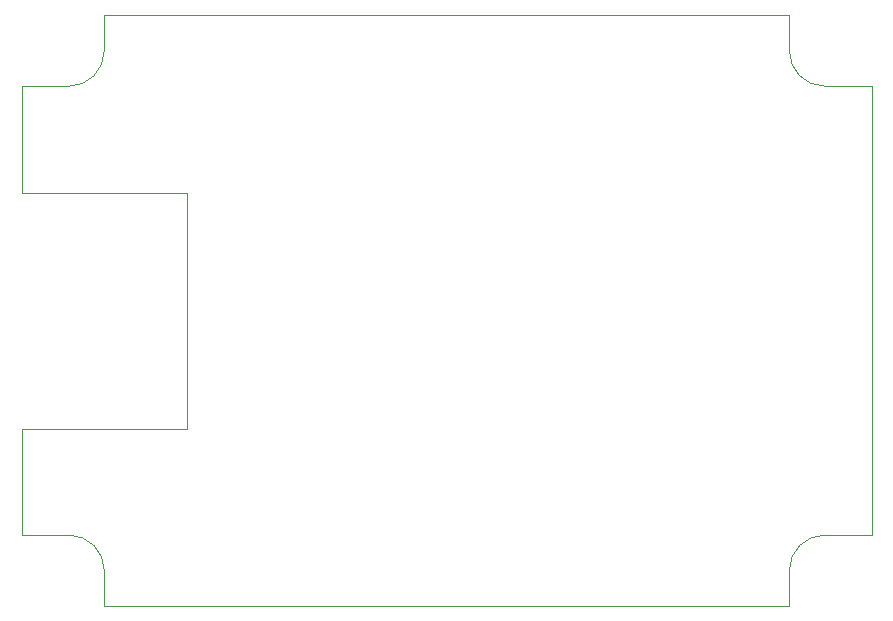
<source format=gm1>
G04 #@! TF.GenerationSoftware,KiCad,Pcbnew,(5.1.6)-1*
G04 #@! TF.CreationDate,2022-06-26T17:52:01+10:00*
G04 #@! TF.ProjectId,sensors,73656e73-6f72-4732-9e6b-696361645f70,rev?*
G04 #@! TF.SameCoordinates,Original*
G04 #@! TF.FileFunction,Profile,NP*
%FSLAX46Y46*%
G04 Gerber Fmt 4.6, Leading zero omitted, Abs format (unit mm)*
G04 Created by KiCad (PCBNEW (5.1.6)-1) date 2022-06-26 17:52:01*
%MOMM*%
%LPD*%
G01*
G04 APERTURE LIST*
G04 #@! TA.AperFunction,Profile*
%ADD10C,0.050000*%
G04 #@! TD*
G04 APERTURE END LIST*
D10*
X95900000Y-100050000D02*
X95900000Y-109050000D01*
X95900000Y-71050000D02*
X95900000Y-80050000D01*
X109900000Y-80050000D02*
X109900000Y-100050000D01*
X95900000Y-80050000D02*
X109900000Y-80050000D01*
X95900000Y-100050000D02*
X109900000Y-100050000D01*
X167900000Y-109050000D02*
X167900000Y-71050000D01*
X167900000Y-71050000D02*
X163900000Y-71050000D01*
X160900000Y-65050000D02*
X160900000Y-68050000D01*
X160900000Y-68050000D02*
G75*
G03*
X163900000Y-71050000I3000000J0D01*
G01*
X167900000Y-109050000D02*
X163900000Y-109050000D01*
X160900000Y-115050000D02*
X160900000Y-112050000D01*
X160900000Y-112050000D02*
G75*
G02*
X163900000Y-109050000I3000000J0D01*
G01*
X102900000Y-115050000D02*
X160900000Y-115050000D01*
X95900000Y-109050000D02*
X99900000Y-109050000D01*
X102900000Y-115050000D02*
X102900000Y-112050000D01*
X102900000Y-112050000D02*
G75*
G03*
X99900000Y-109050000I-3000000J0D01*
G01*
X102900000Y-65050000D02*
X102900000Y-68050000D01*
X102900000Y-68050000D02*
G75*
G02*
X99900000Y-71050000I-3000000J0D01*
G01*
X102900000Y-65050000D02*
X160900000Y-65050000D01*
X95900000Y-71050000D02*
X99900000Y-71050000D01*
M02*

</source>
